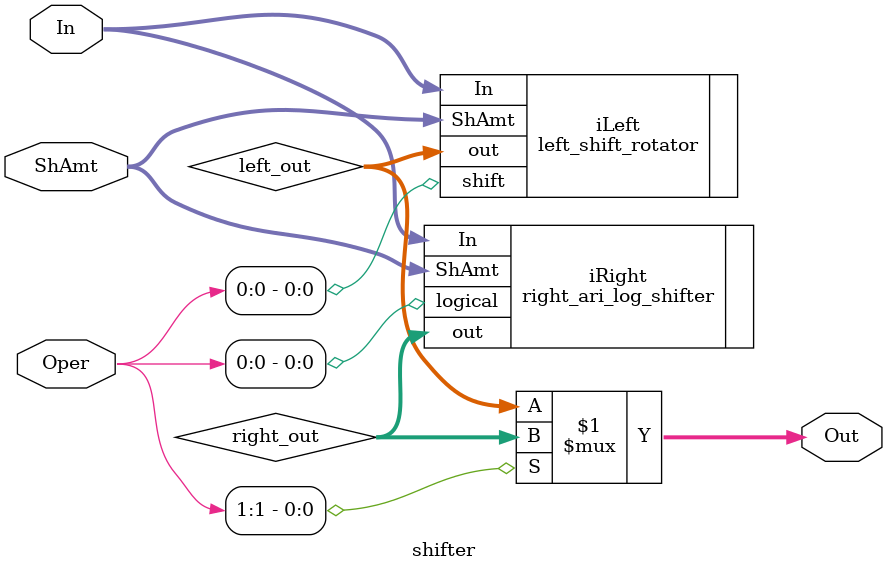
<source format=v>
/*
    CS/ECE 552 Spring '22
    Homework #2, Problem 1
    
    A barrel shifter module.  It is designed to shift a number via rotate
    left, shift left, shift right arithmetic, or shift right logical based
    on the 'Oper' value that is passed in.  It uses these
    shifts to shift the value any number of bits.
 */
module shifter (In, ShAmt, Oper, Out);

    // declare constant for size of inputs, outputs, and # bits to shift
    parameter OPERAND_WIDTH = 16;
    parameter SHAMT_WIDTH   =  4;
    parameter NUM_OPERATIONS = 2;

    input  [OPERAND_WIDTH -1:0] In   ; // Input operand
    input  [SHAMT_WIDTH   -1:0] ShAmt; // Amount to shift/rotate
    input  [NUM_OPERATIONS-1:0] Oper ; // Operation type
    output [OPERAND_WIDTH -1:0] Out  ; // Result of shift/rotate

    /* YOUR CODE HERE */
	wire [OPERAND_WIDTH -1:0] left_out, right_out;			// output from the left_shift_rotator and the right_ari_log_shifter
	
    left_shift_rotator iLeft(
		.In(In), 
		.shift(Oper[0]), 
		.ShAmt(ShAmt), 
		.out(left_out)
	);
	
	right_ari_log_shifter iRight(
		.In(In), 
		.logical(Oper[0]), 
		.ShAmt(ShAmt), 
		.out(right_out)
	);
	
	// pick final answer from the submodules
	assign Out = Oper[1] ? right_out : left_out;
   
endmodule

</source>
